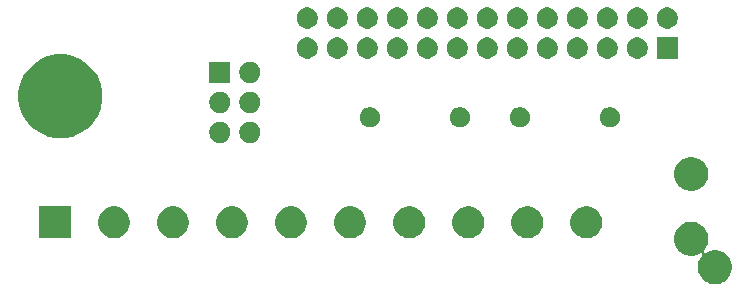
<source format=gbr>
G04 #@! TF.GenerationSoftware,KiCad,Pcbnew,5.1.5-52549c5~84~ubuntu18.04.1*
G04 #@! TF.CreationDate,2020-03-14T14:57:04-04:00*
G04 #@! TF.ProjectId,imac_g3_slot_loading_J22_adapter_board,696d6163-5f67-4335-9f73-6c6f745f6c6f,1*
G04 #@! TF.SameCoordinates,Original*
G04 #@! TF.FileFunction,Soldermask,Bot*
G04 #@! TF.FilePolarity,Negative*
%FSLAX46Y46*%
G04 Gerber Fmt 4.6, Leading zero omitted, Abs format (unit mm)*
G04 Created by KiCad (PCBNEW 5.1.5-52549c5~84~ubuntu18.04.1) date 2020-03-14 14:57:04*
%MOMM*%
%LPD*%
G04 APERTURE LIST*
%ADD10C,0.100000*%
G04 APERTURE END LIST*
D10*
G36*
X164005241Y-106722760D02*
G01*
X164269305Y-106832139D01*
X164506958Y-106990934D01*
X164709066Y-107193042D01*
X164867861Y-107430695D01*
X164977240Y-107694759D01*
X165033000Y-107975088D01*
X165033000Y-108260912D01*
X164977240Y-108541241D01*
X164867861Y-108805305D01*
X164709066Y-109042958D01*
X164662559Y-109089465D01*
X164647014Y-109108407D01*
X164635463Y-109130018D01*
X164628350Y-109153467D01*
X164625948Y-109177853D01*
X164628350Y-109202239D01*
X164635463Y-109225688D01*
X164647014Y-109247299D01*
X164662559Y-109266241D01*
X164681501Y-109281786D01*
X164703112Y-109293337D01*
X164726561Y-109300450D01*
X164750947Y-109302852D01*
X164775333Y-109300450D01*
X164798782Y-109293337D01*
X164820393Y-109281786D01*
X164894695Y-109232139D01*
X165158759Y-109122760D01*
X165439088Y-109067000D01*
X165724912Y-109067000D01*
X166005241Y-109122760D01*
X166269305Y-109232139D01*
X166506958Y-109390934D01*
X166709066Y-109593042D01*
X166867861Y-109830695D01*
X166977240Y-110094759D01*
X167033000Y-110375088D01*
X167033000Y-110660912D01*
X166977240Y-110941241D01*
X166867861Y-111205305D01*
X166709066Y-111442958D01*
X166506958Y-111645066D01*
X166269305Y-111803861D01*
X166005241Y-111913240D01*
X165724912Y-111969000D01*
X165439088Y-111969000D01*
X165158759Y-111913240D01*
X164894695Y-111803861D01*
X164657042Y-111645066D01*
X164454934Y-111442958D01*
X164296139Y-111205305D01*
X164186760Y-110941241D01*
X164131000Y-110660912D01*
X164131000Y-110375088D01*
X164186760Y-110094759D01*
X164296139Y-109830695D01*
X164454934Y-109593042D01*
X164501441Y-109546535D01*
X164516986Y-109527593D01*
X164528537Y-109505982D01*
X164535650Y-109482533D01*
X164538052Y-109458147D01*
X164535650Y-109433761D01*
X164528537Y-109410312D01*
X164516986Y-109388701D01*
X164501441Y-109369759D01*
X164482499Y-109354214D01*
X164460888Y-109342663D01*
X164437439Y-109335550D01*
X164413053Y-109333148D01*
X164388667Y-109335550D01*
X164365218Y-109342663D01*
X164343607Y-109354214D01*
X164269305Y-109403861D01*
X164005241Y-109513240D01*
X163724912Y-109569000D01*
X163439088Y-109569000D01*
X163158759Y-109513240D01*
X162894695Y-109403861D01*
X162657042Y-109245066D01*
X162454934Y-109042958D01*
X162296139Y-108805305D01*
X162186760Y-108541241D01*
X162131000Y-108260912D01*
X162131000Y-107975088D01*
X162186760Y-107694759D01*
X162296139Y-107430695D01*
X162454934Y-107193042D01*
X162657042Y-106990934D01*
X162894695Y-106832139D01*
X163158759Y-106722760D01*
X163439088Y-106667000D01*
X163724912Y-106667000D01*
X164005241Y-106722760D01*
G37*
G36*
X155096072Y-105408918D02*
G01*
X155341939Y-105510759D01*
X155453328Y-105585187D01*
X155563211Y-105658609D01*
X155751391Y-105846789D01*
X155899242Y-106068063D01*
X156001082Y-106313928D01*
X156053000Y-106574937D01*
X156053000Y-106841063D01*
X156001082Y-107102072D01*
X155899241Y-107347939D01*
X155751390Y-107569212D01*
X155563212Y-107757390D01*
X155341939Y-107905241D01*
X155341938Y-107905242D01*
X155341937Y-107905242D01*
X155096072Y-108007082D01*
X154835063Y-108059000D01*
X154568937Y-108059000D01*
X154307928Y-108007082D01*
X154062063Y-107905242D01*
X154062062Y-107905242D01*
X154062061Y-107905241D01*
X153840788Y-107757390D01*
X153652610Y-107569212D01*
X153504759Y-107347939D01*
X153402918Y-107102072D01*
X153351000Y-106841063D01*
X153351000Y-106574937D01*
X153402918Y-106313928D01*
X153504758Y-106068063D01*
X153652609Y-105846789D01*
X153840789Y-105658609D01*
X153950672Y-105585187D01*
X154062061Y-105510759D01*
X154307928Y-105408918D01*
X154568937Y-105357000D01*
X154835063Y-105357000D01*
X155096072Y-105408918D01*
G37*
G36*
X111053000Y-108059000D02*
G01*
X108351000Y-108059000D01*
X108351000Y-105357000D01*
X111053000Y-105357000D01*
X111053000Y-108059000D01*
G37*
G36*
X115096072Y-105408918D02*
G01*
X115341939Y-105510759D01*
X115453328Y-105585187D01*
X115563211Y-105658609D01*
X115751391Y-105846789D01*
X115899242Y-106068063D01*
X116001082Y-106313928D01*
X116053000Y-106574937D01*
X116053000Y-106841063D01*
X116001082Y-107102072D01*
X115899241Y-107347939D01*
X115751390Y-107569212D01*
X115563212Y-107757390D01*
X115341939Y-107905241D01*
X115341938Y-107905242D01*
X115341937Y-107905242D01*
X115096072Y-108007082D01*
X114835063Y-108059000D01*
X114568937Y-108059000D01*
X114307928Y-108007082D01*
X114062063Y-107905242D01*
X114062062Y-107905242D01*
X114062061Y-107905241D01*
X113840788Y-107757390D01*
X113652610Y-107569212D01*
X113504759Y-107347939D01*
X113402918Y-107102072D01*
X113351000Y-106841063D01*
X113351000Y-106574937D01*
X113402918Y-106313928D01*
X113504758Y-106068063D01*
X113652609Y-105846789D01*
X113840789Y-105658609D01*
X113950672Y-105585187D01*
X114062061Y-105510759D01*
X114307928Y-105408918D01*
X114568937Y-105357000D01*
X114835063Y-105357000D01*
X115096072Y-105408918D01*
G37*
G36*
X120096072Y-105408918D02*
G01*
X120341939Y-105510759D01*
X120453328Y-105585187D01*
X120563211Y-105658609D01*
X120751391Y-105846789D01*
X120899242Y-106068063D01*
X121001082Y-106313928D01*
X121053000Y-106574937D01*
X121053000Y-106841063D01*
X121001082Y-107102072D01*
X120899241Y-107347939D01*
X120751390Y-107569212D01*
X120563212Y-107757390D01*
X120341939Y-107905241D01*
X120341938Y-107905242D01*
X120341937Y-107905242D01*
X120096072Y-108007082D01*
X119835063Y-108059000D01*
X119568937Y-108059000D01*
X119307928Y-108007082D01*
X119062063Y-107905242D01*
X119062062Y-107905242D01*
X119062061Y-107905241D01*
X118840788Y-107757390D01*
X118652610Y-107569212D01*
X118504759Y-107347939D01*
X118402918Y-107102072D01*
X118351000Y-106841063D01*
X118351000Y-106574937D01*
X118402918Y-106313928D01*
X118504758Y-106068063D01*
X118652609Y-105846789D01*
X118840789Y-105658609D01*
X118950672Y-105585187D01*
X119062061Y-105510759D01*
X119307928Y-105408918D01*
X119568937Y-105357000D01*
X119835063Y-105357000D01*
X120096072Y-105408918D01*
G37*
G36*
X125096072Y-105408918D02*
G01*
X125341939Y-105510759D01*
X125453328Y-105585187D01*
X125563211Y-105658609D01*
X125751391Y-105846789D01*
X125899242Y-106068063D01*
X126001082Y-106313928D01*
X126053000Y-106574937D01*
X126053000Y-106841063D01*
X126001082Y-107102072D01*
X125899241Y-107347939D01*
X125751390Y-107569212D01*
X125563212Y-107757390D01*
X125341939Y-107905241D01*
X125341938Y-107905242D01*
X125341937Y-107905242D01*
X125096072Y-108007082D01*
X124835063Y-108059000D01*
X124568937Y-108059000D01*
X124307928Y-108007082D01*
X124062063Y-107905242D01*
X124062062Y-107905242D01*
X124062061Y-107905241D01*
X123840788Y-107757390D01*
X123652610Y-107569212D01*
X123504759Y-107347939D01*
X123402918Y-107102072D01*
X123351000Y-106841063D01*
X123351000Y-106574937D01*
X123402918Y-106313928D01*
X123504758Y-106068063D01*
X123652609Y-105846789D01*
X123840789Y-105658609D01*
X123950672Y-105585187D01*
X124062061Y-105510759D01*
X124307928Y-105408918D01*
X124568937Y-105357000D01*
X124835063Y-105357000D01*
X125096072Y-105408918D01*
G37*
G36*
X130096072Y-105408918D02*
G01*
X130341939Y-105510759D01*
X130453328Y-105585187D01*
X130563211Y-105658609D01*
X130751391Y-105846789D01*
X130899242Y-106068063D01*
X131001082Y-106313928D01*
X131053000Y-106574937D01*
X131053000Y-106841063D01*
X131001082Y-107102072D01*
X130899241Y-107347939D01*
X130751390Y-107569212D01*
X130563212Y-107757390D01*
X130341939Y-107905241D01*
X130341938Y-107905242D01*
X130341937Y-107905242D01*
X130096072Y-108007082D01*
X129835063Y-108059000D01*
X129568937Y-108059000D01*
X129307928Y-108007082D01*
X129062063Y-107905242D01*
X129062062Y-107905242D01*
X129062061Y-107905241D01*
X128840788Y-107757390D01*
X128652610Y-107569212D01*
X128504759Y-107347939D01*
X128402918Y-107102072D01*
X128351000Y-106841063D01*
X128351000Y-106574937D01*
X128402918Y-106313928D01*
X128504758Y-106068063D01*
X128652609Y-105846789D01*
X128840789Y-105658609D01*
X128950672Y-105585187D01*
X129062061Y-105510759D01*
X129307928Y-105408918D01*
X129568937Y-105357000D01*
X129835063Y-105357000D01*
X130096072Y-105408918D01*
G37*
G36*
X135096072Y-105408918D02*
G01*
X135341939Y-105510759D01*
X135453328Y-105585187D01*
X135563211Y-105658609D01*
X135751391Y-105846789D01*
X135899242Y-106068063D01*
X136001082Y-106313928D01*
X136053000Y-106574937D01*
X136053000Y-106841063D01*
X136001082Y-107102072D01*
X135899241Y-107347939D01*
X135751390Y-107569212D01*
X135563212Y-107757390D01*
X135341939Y-107905241D01*
X135341938Y-107905242D01*
X135341937Y-107905242D01*
X135096072Y-108007082D01*
X134835063Y-108059000D01*
X134568937Y-108059000D01*
X134307928Y-108007082D01*
X134062063Y-107905242D01*
X134062062Y-107905242D01*
X134062061Y-107905241D01*
X133840788Y-107757390D01*
X133652610Y-107569212D01*
X133504759Y-107347939D01*
X133402918Y-107102072D01*
X133351000Y-106841063D01*
X133351000Y-106574937D01*
X133402918Y-106313928D01*
X133504758Y-106068063D01*
X133652609Y-105846789D01*
X133840789Y-105658609D01*
X133950672Y-105585187D01*
X134062061Y-105510759D01*
X134307928Y-105408918D01*
X134568937Y-105357000D01*
X134835063Y-105357000D01*
X135096072Y-105408918D01*
G37*
G36*
X140096072Y-105408918D02*
G01*
X140341939Y-105510759D01*
X140453328Y-105585187D01*
X140563211Y-105658609D01*
X140751391Y-105846789D01*
X140899242Y-106068063D01*
X141001082Y-106313928D01*
X141053000Y-106574937D01*
X141053000Y-106841063D01*
X141001082Y-107102072D01*
X140899241Y-107347939D01*
X140751390Y-107569212D01*
X140563212Y-107757390D01*
X140341939Y-107905241D01*
X140341938Y-107905242D01*
X140341937Y-107905242D01*
X140096072Y-108007082D01*
X139835063Y-108059000D01*
X139568937Y-108059000D01*
X139307928Y-108007082D01*
X139062063Y-107905242D01*
X139062062Y-107905242D01*
X139062061Y-107905241D01*
X138840788Y-107757390D01*
X138652610Y-107569212D01*
X138504759Y-107347939D01*
X138402918Y-107102072D01*
X138351000Y-106841063D01*
X138351000Y-106574937D01*
X138402918Y-106313928D01*
X138504758Y-106068063D01*
X138652609Y-105846789D01*
X138840789Y-105658609D01*
X138950672Y-105585187D01*
X139062061Y-105510759D01*
X139307928Y-105408918D01*
X139568937Y-105357000D01*
X139835063Y-105357000D01*
X140096072Y-105408918D01*
G37*
G36*
X145096072Y-105408918D02*
G01*
X145341939Y-105510759D01*
X145453328Y-105585187D01*
X145563211Y-105658609D01*
X145751391Y-105846789D01*
X145899242Y-106068063D01*
X146001082Y-106313928D01*
X146053000Y-106574937D01*
X146053000Y-106841063D01*
X146001082Y-107102072D01*
X145899241Y-107347939D01*
X145751390Y-107569212D01*
X145563212Y-107757390D01*
X145341939Y-107905241D01*
X145341938Y-107905242D01*
X145341937Y-107905242D01*
X145096072Y-108007082D01*
X144835063Y-108059000D01*
X144568937Y-108059000D01*
X144307928Y-108007082D01*
X144062063Y-107905242D01*
X144062062Y-107905242D01*
X144062061Y-107905241D01*
X143840788Y-107757390D01*
X143652610Y-107569212D01*
X143504759Y-107347939D01*
X143402918Y-107102072D01*
X143351000Y-106841063D01*
X143351000Y-106574937D01*
X143402918Y-106313928D01*
X143504758Y-106068063D01*
X143652609Y-105846789D01*
X143840789Y-105658609D01*
X143950672Y-105585187D01*
X144062061Y-105510759D01*
X144307928Y-105408918D01*
X144568937Y-105357000D01*
X144835063Y-105357000D01*
X145096072Y-105408918D01*
G37*
G36*
X150096072Y-105408918D02*
G01*
X150341939Y-105510759D01*
X150453328Y-105585187D01*
X150563211Y-105658609D01*
X150751391Y-105846789D01*
X150899242Y-106068063D01*
X151001082Y-106313928D01*
X151053000Y-106574937D01*
X151053000Y-106841063D01*
X151001082Y-107102072D01*
X150899241Y-107347939D01*
X150751390Y-107569212D01*
X150563212Y-107757390D01*
X150341939Y-107905241D01*
X150341938Y-107905242D01*
X150341937Y-107905242D01*
X150096072Y-108007082D01*
X149835063Y-108059000D01*
X149568937Y-108059000D01*
X149307928Y-108007082D01*
X149062063Y-107905242D01*
X149062062Y-107905242D01*
X149062061Y-107905241D01*
X148840788Y-107757390D01*
X148652610Y-107569212D01*
X148504759Y-107347939D01*
X148402918Y-107102072D01*
X148351000Y-106841063D01*
X148351000Y-106574937D01*
X148402918Y-106313928D01*
X148504758Y-106068063D01*
X148652609Y-105846789D01*
X148840789Y-105658609D01*
X148950672Y-105585187D01*
X149062061Y-105510759D01*
X149307928Y-105408918D01*
X149568937Y-105357000D01*
X149835063Y-105357000D01*
X150096072Y-105408918D01*
G37*
G36*
X164005241Y-101222760D02*
G01*
X164269305Y-101332139D01*
X164506958Y-101490934D01*
X164709066Y-101693042D01*
X164867861Y-101930695D01*
X164977240Y-102194759D01*
X165033000Y-102475088D01*
X165033000Y-102760912D01*
X164977240Y-103041241D01*
X164867861Y-103305305D01*
X164709066Y-103542958D01*
X164506958Y-103745066D01*
X164269305Y-103903861D01*
X164005241Y-104013240D01*
X163724912Y-104069000D01*
X163439088Y-104069000D01*
X163158759Y-104013240D01*
X162894695Y-103903861D01*
X162657042Y-103745066D01*
X162454934Y-103542958D01*
X162296139Y-103305305D01*
X162186760Y-103041241D01*
X162131000Y-102760912D01*
X162131000Y-102475088D01*
X162186760Y-102194759D01*
X162296139Y-101930695D01*
X162454934Y-101693042D01*
X162657042Y-101490934D01*
X162894695Y-101332139D01*
X163158759Y-101222760D01*
X163439088Y-101167000D01*
X163724912Y-101167000D01*
X164005241Y-101222760D01*
G37*
G36*
X126325512Y-98191927D02*
G01*
X126474812Y-98221624D01*
X126638784Y-98289544D01*
X126786354Y-98388147D01*
X126911853Y-98513646D01*
X127010456Y-98661216D01*
X127078376Y-98825188D01*
X127113000Y-98999259D01*
X127113000Y-99176741D01*
X127078376Y-99350812D01*
X127010456Y-99514784D01*
X126911853Y-99662354D01*
X126786354Y-99787853D01*
X126638784Y-99886456D01*
X126474812Y-99954376D01*
X126325512Y-99984073D01*
X126300742Y-99989000D01*
X126123258Y-99989000D01*
X126098488Y-99984073D01*
X125949188Y-99954376D01*
X125785216Y-99886456D01*
X125637646Y-99787853D01*
X125512147Y-99662354D01*
X125413544Y-99514784D01*
X125345624Y-99350812D01*
X125311000Y-99176741D01*
X125311000Y-98999259D01*
X125345624Y-98825188D01*
X125413544Y-98661216D01*
X125512147Y-98513646D01*
X125637646Y-98388147D01*
X125785216Y-98289544D01*
X125949188Y-98221624D01*
X126098488Y-98191927D01*
X126123258Y-98187000D01*
X126300742Y-98187000D01*
X126325512Y-98191927D01*
G37*
G36*
X123785512Y-98191927D02*
G01*
X123934812Y-98221624D01*
X124098784Y-98289544D01*
X124246354Y-98388147D01*
X124371853Y-98513646D01*
X124470456Y-98661216D01*
X124538376Y-98825188D01*
X124573000Y-98999259D01*
X124573000Y-99176741D01*
X124538376Y-99350812D01*
X124470456Y-99514784D01*
X124371853Y-99662354D01*
X124246354Y-99787853D01*
X124098784Y-99886456D01*
X123934812Y-99954376D01*
X123785512Y-99984073D01*
X123760742Y-99989000D01*
X123583258Y-99989000D01*
X123558488Y-99984073D01*
X123409188Y-99954376D01*
X123245216Y-99886456D01*
X123097646Y-99787853D01*
X122972147Y-99662354D01*
X122873544Y-99514784D01*
X122805624Y-99350812D01*
X122771000Y-99176741D01*
X122771000Y-98999259D01*
X122805624Y-98825188D01*
X122873544Y-98661216D01*
X122972147Y-98513646D01*
X123097646Y-98388147D01*
X123245216Y-98289544D01*
X123409188Y-98221624D01*
X123558488Y-98191927D01*
X123583258Y-98187000D01*
X123760742Y-98187000D01*
X123785512Y-98191927D01*
G37*
G36*
X111207787Y-92623462D02*
G01*
X111266672Y-92647853D01*
X111854029Y-92891144D01*
X112435631Y-93279758D01*
X112930242Y-93774369D01*
X113318856Y-94355971D01*
X113351501Y-94434784D01*
X113586538Y-95002213D01*
X113723000Y-95688256D01*
X113723000Y-96387744D01*
X113586538Y-97073787D01*
X113586537Y-97073789D01*
X113318856Y-97720029D01*
X112930242Y-98301631D01*
X112435631Y-98796242D01*
X111854029Y-99184856D01*
X111453378Y-99350811D01*
X111207787Y-99452538D01*
X110521744Y-99589000D01*
X109822256Y-99589000D01*
X109136213Y-99452538D01*
X108890622Y-99350811D01*
X108489971Y-99184856D01*
X107908369Y-98796242D01*
X107413758Y-98301631D01*
X107025144Y-97720029D01*
X106757463Y-97073789D01*
X106757462Y-97073787D01*
X106621000Y-96387744D01*
X106621000Y-95688256D01*
X106757462Y-95002213D01*
X106992499Y-94434784D01*
X107025144Y-94355971D01*
X107413758Y-93774369D01*
X107908369Y-93279758D01*
X108489971Y-92891144D01*
X109077328Y-92647853D01*
X109136213Y-92623462D01*
X109822256Y-92487000D01*
X110521744Y-92487000D01*
X111207787Y-92623462D01*
G37*
G36*
X144240228Y-96999703D02*
G01*
X144395100Y-97063853D01*
X144534481Y-97156985D01*
X144653015Y-97275519D01*
X144746147Y-97414900D01*
X144810297Y-97569772D01*
X144843000Y-97734184D01*
X144843000Y-97901816D01*
X144810297Y-98066228D01*
X144746147Y-98221100D01*
X144653015Y-98360481D01*
X144534481Y-98479015D01*
X144395100Y-98572147D01*
X144240228Y-98636297D01*
X144075816Y-98669000D01*
X143908184Y-98669000D01*
X143743772Y-98636297D01*
X143588900Y-98572147D01*
X143449519Y-98479015D01*
X143330985Y-98360481D01*
X143237853Y-98221100D01*
X143173703Y-98066228D01*
X143141000Y-97901816D01*
X143141000Y-97734184D01*
X143173703Y-97569772D01*
X143237853Y-97414900D01*
X143330985Y-97275519D01*
X143449519Y-97156985D01*
X143588900Y-97063853D01*
X143743772Y-96999703D01*
X143908184Y-96967000D01*
X144075816Y-96967000D01*
X144240228Y-96999703D01*
G37*
G36*
X136620228Y-96999703D02*
G01*
X136775100Y-97063853D01*
X136914481Y-97156985D01*
X137033015Y-97275519D01*
X137126147Y-97414900D01*
X137190297Y-97569772D01*
X137223000Y-97734184D01*
X137223000Y-97901816D01*
X137190297Y-98066228D01*
X137126147Y-98221100D01*
X137033015Y-98360481D01*
X136914481Y-98479015D01*
X136775100Y-98572147D01*
X136620228Y-98636297D01*
X136455816Y-98669000D01*
X136288184Y-98669000D01*
X136123772Y-98636297D01*
X135968900Y-98572147D01*
X135829519Y-98479015D01*
X135710985Y-98360481D01*
X135617853Y-98221100D01*
X135553703Y-98066228D01*
X135521000Y-97901816D01*
X135521000Y-97734184D01*
X135553703Y-97569772D01*
X135617853Y-97414900D01*
X135710985Y-97275519D01*
X135829519Y-97156985D01*
X135968900Y-97063853D01*
X136123772Y-96999703D01*
X136288184Y-96967000D01*
X136455816Y-96967000D01*
X136620228Y-96999703D01*
G37*
G36*
X149320228Y-96999703D02*
G01*
X149475100Y-97063853D01*
X149614481Y-97156985D01*
X149733015Y-97275519D01*
X149826147Y-97414900D01*
X149890297Y-97569772D01*
X149923000Y-97734184D01*
X149923000Y-97901816D01*
X149890297Y-98066228D01*
X149826147Y-98221100D01*
X149733015Y-98360481D01*
X149614481Y-98479015D01*
X149475100Y-98572147D01*
X149320228Y-98636297D01*
X149155816Y-98669000D01*
X148988184Y-98669000D01*
X148823772Y-98636297D01*
X148668900Y-98572147D01*
X148529519Y-98479015D01*
X148410985Y-98360481D01*
X148317853Y-98221100D01*
X148253703Y-98066228D01*
X148221000Y-97901816D01*
X148221000Y-97734184D01*
X148253703Y-97569772D01*
X148317853Y-97414900D01*
X148410985Y-97275519D01*
X148529519Y-97156985D01*
X148668900Y-97063853D01*
X148823772Y-96999703D01*
X148988184Y-96967000D01*
X149155816Y-96967000D01*
X149320228Y-96999703D01*
G37*
G36*
X156940228Y-96999703D02*
G01*
X157095100Y-97063853D01*
X157234481Y-97156985D01*
X157353015Y-97275519D01*
X157446147Y-97414900D01*
X157510297Y-97569772D01*
X157543000Y-97734184D01*
X157543000Y-97901816D01*
X157510297Y-98066228D01*
X157446147Y-98221100D01*
X157353015Y-98360481D01*
X157234481Y-98479015D01*
X157095100Y-98572147D01*
X156940228Y-98636297D01*
X156775816Y-98669000D01*
X156608184Y-98669000D01*
X156443772Y-98636297D01*
X156288900Y-98572147D01*
X156149519Y-98479015D01*
X156030985Y-98360481D01*
X155937853Y-98221100D01*
X155873703Y-98066228D01*
X155841000Y-97901816D01*
X155841000Y-97734184D01*
X155873703Y-97569772D01*
X155937853Y-97414900D01*
X156030985Y-97275519D01*
X156149519Y-97156985D01*
X156288900Y-97063853D01*
X156443772Y-96999703D01*
X156608184Y-96967000D01*
X156775816Y-96967000D01*
X156940228Y-96999703D01*
G37*
G36*
X123785512Y-95651927D02*
G01*
X123934812Y-95681624D01*
X124098784Y-95749544D01*
X124246354Y-95848147D01*
X124371853Y-95973646D01*
X124470456Y-96121216D01*
X124538376Y-96285188D01*
X124573000Y-96459259D01*
X124573000Y-96636741D01*
X124538376Y-96810812D01*
X124470456Y-96974784D01*
X124371853Y-97122354D01*
X124246354Y-97247853D01*
X124098784Y-97346456D01*
X123934812Y-97414376D01*
X123785512Y-97444073D01*
X123760742Y-97449000D01*
X123583258Y-97449000D01*
X123558488Y-97444073D01*
X123409188Y-97414376D01*
X123245216Y-97346456D01*
X123097646Y-97247853D01*
X122972147Y-97122354D01*
X122873544Y-96974784D01*
X122805624Y-96810812D01*
X122771000Y-96636741D01*
X122771000Y-96459259D01*
X122805624Y-96285188D01*
X122873544Y-96121216D01*
X122972147Y-95973646D01*
X123097646Y-95848147D01*
X123245216Y-95749544D01*
X123409188Y-95681624D01*
X123558488Y-95651927D01*
X123583258Y-95647000D01*
X123760742Y-95647000D01*
X123785512Y-95651927D01*
G37*
G36*
X126325512Y-95651927D02*
G01*
X126474812Y-95681624D01*
X126638784Y-95749544D01*
X126786354Y-95848147D01*
X126911853Y-95973646D01*
X127010456Y-96121216D01*
X127078376Y-96285188D01*
X127113000Y-96459259D01*
X127113000Y-96636741D01*
X127078376Y-96810812D01*
X127010456Y-96974784D01*
X126911853Y-97122354D01*
X126786354Y-97247853D01*
X126638784Y-97346456D01*
X126474812Y-97414376D01*
X126325512Y-97444073D01*
X126300742Y-97449000D01*
X126123258Y-97449000D01*
X126098488Y-97444073D01*
X125949188Y-97414376D01*
X125785216Y-97346456D01*
X125637646Y-97247853D01*
X125512147Y-97122354D01*
X125413544Y-96974784D01*
X125345624Y-96810812D01*
X125311000Y-96636741D01*
X125311000Y-96459259D01*
X125345624Y-96285188D01*
X125413544Y-96121216D01*
X125512147Y-95973646D01*
X125637646Y-95848147D01*
X125785216Y-95749544D01*
X125949188Y-95681624D01*
X126098488Y-95651927D01*
X126123258Y-95647000D01*
X126300742Y-95647000D01*
X126325512Y-95651927D01*
G37*
G36*
X126325512Y-93111927D02*
G01*
X126474812Y-93141624D01*
X126638784Y-93209544D01*
X126786354Y-93308147D01*
X126911853Y-93433646D01*
X127010456Y-93581216D01*
X127078376Y-93745188D01*
X127113000Y-93919259D01*
X127113000Y-94096741D01*
X127078376Y-94270812D01*
X127010456Y-94434784D01*
X126911853Y-94582354D01*
X126786354Y-94707853D01*
X126638784Y-94806456D01*
X126474812Y-94874376D01*
X126325512Y-94904073D01*
X126300742Y-94909000D01*
X126123258Y-94909000D01*
X126098488Y-94904073D01*
X125949188Y-94874376D01*
X125785216Y-94806456D01*
X125637646Y-94707853D01*
X125512147Y-94582354D01*
X125413544Y-94434784D01*
X125345624Y-94270812D01*
X125311000Y-94096741D01*
X125311000Y-93919259D01*
X125345624Y-93745188D01*
X125413544Y-93581216D01*
X125512147Y-93433646D01*
X125637646Y-93308147D01*
X125785216Y-93209544D01*
X125949188Y-93141624D01*
X126098488Y-93111927D01*
X126123258Y-93107000D01*
X126300742Y-93107000D01*
X126325512Y-93111927D01*
G37*
G36*
X124573000Y-94909000D02*
G01*
X122771000Y-94909000D01*
X122771000Y-93107000D01*
X124573000Y-93107000D01*
X124573000Y-94909000D01*
G37*
G36*
X146417512Y-91051927D02*
G01*
X146566812Y-91081624D01*
X146730784Y-91149544D01*
X146878354Y-91248147D01*
X147003853Y-91373646D01*
X147102456Y-91521216D01*
X147170376Y-91685188D01*
X147205000Y-91859259D01*
X147205000Y-92036741D01*
X147170376Y-92210812D01*
X147102456Y-92374784D01*
X147003853Y-92522354D01*
X146878354Y-92647853D01*
X146730784Y-92746456D01*
X146566812Y-92814376D01*
X146417512Y-92844073D01*
X146392742Y-92849000D01*
X146215258Y-92849000D01*
X146190488Y-92844073D01*
X146041188Y-92814376D01*
X145877216Y-92746456D01*
X145729646Y-92647853D01*
X145604147Y-92522354D01*
X145505544Y-92374784D01*
X145437624Y-92210812D01*
X145403000Y-92036741D01*
X145403000Y-91859259D01*
X145437624Y-91685188D01*
X145505544Y-91521216D01*
X145604147Y-91373646D01*
X145729646Y-91248147D01*
X145877216Y-91149544D01*
X146041188Y-91081624D01*
X146190488Y-91051927D01*
X146215258Y-91047000D01*
X146392742Y-91047000D01*
X146417512Y-91051927D01*
G37*
G36*
X148957512Y-91051927D02*
G01*
X149106812Y-91081624D01*
X149270784Y-91149544D01*
X149418354Y-91248147D01*
X149543853Y-91373646D01*
X149642456Y-91521216D01*
X149710376Y-91685188D01*
X149745000Y-91859259D01*
X149745000Y-92036741D01*
X149710376Y-92210812D01*
X149642456Y-92374784D01*
X149543853Y-92522354D01*
X149418354Y-92647853D01*
X149270784Y-92746456D01*
X149106812Y-92814376D01*
X148957512Y-92844073D01*
X148932742Y-92849000D01*
X148755258Y-92849000D01*
X148730488Y-92844073D01*
X148581188Y-92814376D01*
X148417216Y-92746456D01*
X148269646Y-92647853D01*
X148144147Y-92522354D01*
X148045544Y-92374784D01*
X147977624Y-92210812D01*
X147943000Y-92036741D01*
X147943000Y-91859259D01*
X147977624Y-91685188D01*
X148045544Y-91521216D01*
X148144147Y-91373646D01*
X148269646Y-91248147D01*
X148417216Y-91149544D01*
X148581188Y-91081624D01*
X148730488Y-91051927D01*
X148755258Y-91047000D01*
X148932742Y-91047000D01*
X148957512Y-91051927D01*
G37*
G36*
X162445000Y-92849000D02*
G01*
X160643000Y-92849000D01*
X160643000Y-91047000D01*
X162445000Y-91047000D01*
X162445000Y-92849000D01*
G37*
G36*
X159117512Y-91051927D02*
G01*
X159266812Y-91081624D01*
X159430784Y-91149544D01*
X159578354Y-91248147D01*
X159703853Y-91373646D01*
X159802456Y-91521216D01*
X159870376Y-91685188D01*
X159905000Y-91859259D01*
X159905000Y-92036741D01*
X159870376Y-92210812D01*
X159802456Y-92374784D01*
X159703853Y-92522354D01*
X159578354Y-92647853D01*
X159430784Y-92746456D01*
X159266812Y-92814376D01*
X159117512Y-92844073D01*
X159092742Y-92849000D01*
X158915258Y-92849000D01*
X158890488Y-92844073D01*
X158741188Y-92814376D01*
X158577216Y-92746456D01*
X158429646Y-92647853D01*
X158304147Y-92522354D01*
X158205544Y-92374784D01*
X158137624Y-92210812D01*
X158103000Y-92036741D01*
X158103000Y-91859259D01*
X158137624Y-91685188D01*
X158205544Y-91521216D01*
X158304147Y-91373646D01*
X158429646Y-91248147D01*
X158577216Y-91149544D01*
X158741188Y-91081624D01*
X158890488Y-91051927D01*
X158915258Y-91047000D01*
X159092742Y-91047000D01*
X159117512Y-91051927D01*
G37*
G36*
X156577512Y-91051927D02*
G01*
X156726812Y-91081624D01*
X156890784Y-91149544D01*
X157038354Y-91248147D01*
X157163853Y-91373646D01*
X157262456Y-91521216D01*
X157330376Y-91685188D01*
X157365000Y-91859259D01*
X157365000Y-92036741D01*
X157330376Y-92210812D01*
X157262456Y-92374784D01*
X157163853Y-92522354D01*
X157038354Y-92647853D01*
X156890784Y-92746456D01*
X156726812Y-92814376D01*
X156577512Y-92844073D01*
X156552742Y-92849000D01*
X156375258Y-92849000D01*
X156350488Y-92844073D01*
X156201188Y-92814376D01*
X156037216Y-92746456D01*
X155889646Y-92647853D01*
X155764147Y-92522354D01*
X155665544Y-92374784D01*
X155597624Y-92210812D01*
X155563000Y-92036741D01*
X155563000Y-91859259D01*
X155597624Y-91685188D01*
X155665544Y-91521216D01*
X155764147Y-91373646D01*
X155889646Y-91248147D01*
X156037216Y-91149544D01*
X156201188Y-91081624D01*
X156350488Y-91051927D01*
X156375258Y-91047000D01*
X156552742Y-91047000D01*
X156577512Y-91051927D01*
G37*
G36*
X154037512Y-91051927D02*
G01*
X154186812Y-91081624D01*
X154350784Y-91149544D01*
X154498354Y-91248147D01*
X154623853Y-91373646D01*
X154722456Y-91521216D01*
X154790376Y-91685188D01*
X154825000Y-91859259D01*
X154825000Y-92036741D01*
X154790376Y-92210812D01*
X154722456Y-92374784D01*
X154623853Y-92522354D01*
X154498354Y-92647853D01*
X154350784Y-92746456D01*
X154186812Y-92814376D01*
X154037512Y-92844073D01*
X154012742Y-92849000D01*
X153835258Y-92849000D01*
X153810488Y-92844073D01*
X153661188Y-92814376D01*
X153497216Y-92746456D01*
X153349646Y-92647853D01*
X153224147Y-92522354D01*
X153125544Y-92374784D01*
X153057624Y-92210812D01*
X153023000Y-92036741D01*
X153023000Y-91859259D01*
X153057624Y-91685188D01*
X153125544Y-91521216D01*
X153224147Y-91373646D01*
X153349646Y-91248147D01*
X153497216Y-91149544D01*
X153661188Y-91081624D01*
X153810488Y-91051927D01*
X153835258Y-91047000D01*
X154012742Y-91047000D01*
X154037512Y-91051927D01*
G37*
G36*
X131177512Y-91051927D02*
G01*
X131326812Y-91081624D01*
X131490784Y-91149544D01*
X131638354Y-91248147D01*
X131763853Y-91373646D01*
X131862456Y-91521216D01*
X131930376Y-91685188D01*
X131965000Y-91859259D01*
X131965000Y-92036741D01*
X131930376Y-92210812D01*
X131862456Y-92374784D01*
X131763853Y-92522354D01*
X131638354Y-92647853D01*
X131490784Y-92746456D01*
X131326812Y-92814376D01*
X131177512Y-92844073D01*
X131152742Y-92849000D01*
X130975258Y-92849000D01*
X130950488Y-92844073D01*
X130801188Y-92814376D01*
X130637216Y-92746456D01*
X130489646Y-92647853D01*
X130364147Y-92522354D01*
X130265544Y-92374784D01*
X130197624Y-92210812D01*
X130163000Y-92036741D01*
X130163000Y-91859259D01*
X130197624Y-91685188D01*
X130265544Y-91521216D01*
X130364147Y-91373646D01*
X130489646Y-91248147D01*
X130637216Y-91149544D01*
X130801188Y-91081624D01*
X130950488Y-91051927D01*
X130975258Y-91047000D01*
X131152742Y-91047000D01*
X131177512Y-91051927D01*
G37*
G36*
X136257512Y-91051927D02*
G01*
X136406812Y-91081624D01*
X136570784Y-91149544D01*
X136718354Y-91248147D01*
X136843853Y-91373646D01*
X136942456Y-91521216D01*
X137010376Y-91685188D01*
X137045000Y-91859259D01*
X137045000Y-92036741D01*
X137010376Y-92210812D01*
X136942456Y-92374784D01*
X136843853Y-92522354D01*
X136718354Y-92647853D01*
X136570784Y-92746456D01*
X136406812Y-92814376D01*
X136257512Y-92844073D01*
X136232742Y-92849000D01*
X136055258Y-92849000D01*
X136030488Y-92844073D01*
X135881188Y-92814376D01*
X135717216Y-92746456D01*
X135569646Y-92647853D01*
X135444147Y-92522354D01*
X135345544Y-92374784D01*
X135277624Y-92210812D01*
X135243000Y-92036741D01*
X135243000Y-91859259D01*
X135277624Y-91685188D01*
X135345544Y-91521216D01*
X135444147Y-91373646D01*
X135569646Y-91248147D01*
X135717216Y-91149544D01*
X135881188Y-91081624D01*
X136030488Y-91051927D01*
X136055258Y-91047000D01*
X136232742Y-91047000D01*
X136257512Y-91051927D01*
G37*
G36*
X138797512Y-91051927D02*
G01*
X138946812Y-91081624D01*
X139110784Y-91149544D01*
X139258354Y-91248147D01*
X139383853Y-91373646D01*
X139482456Y-91521216D01*
X139550376Y-91685188D01*
X139585000Y-91859259D01*
X139585000Y-92036741D01*
X139550376Y-92210812D01*
X139482456Y-92374784D01*
X139383853Y-92522354D01*
X139258354Y-92647853D01*
X139110784Y-92746456D01*
X138946812Y-92814376D01*
X138797512Y-92844073D01*
X138772742Y-92849000D01*
X138595258Y-92849000D01*
X138570488Y-92844073D01*
X138421188Y-92814376D01*
X138257216Y-92746456D01*
X138109646Y-92647853D01*
X137984147Y-92522354D01*
X137885544Y-92374784D01*
X137817624Y-92210812D01*
X137783000Y-92036741D01*
X137783000Y-91859259D01*
X137817624Y-91685188D01*
X137885544Y-91521216D01*
X137984147Y-91373646D01*
X138109646Y-91248147D01*
X138257216Y-91149544D01*
X138421188Y-91081624D01*
X138570488Y-91051927D01*
X138595258Y-91047000D01*
X138772742Y-91047000D01*
X138797512Y-91051927D01*
G37*
G36*
X141337512Y-91051927D02*
G01*
X141486812Y-91081624D01*
X141650784Y-91149544D01*
X141798354Y-91248147D01*
X141923853Y-91373646D01*
X142022456Y-91521216D01*
X142090376Y-91685188D01*
X142125000Y-91859259D01*
X142125000Y-92036741D01*
X142090376Y-92210812D01*
X142022456Y-92374784D01*
X141923853Y-92522354D01*
X141798354Y-92647853D01*
X141650784Y-92746456D01*
X141486812Y-92814376D01*
X141337512Y-92844073D01*
X141312742Y-92849000D01*
X141135258Y-92849000D01*
X141110488Y-92844073D01*
X140961188Y-92814376D01*
X140797216Y-92746456D01*
X140649646Y-92647853D01*
X140524147Y-92522354D01*
X140425544Y-92374784D01*
X140357624Y-92210812D01*
X140323000Y-92036741D01*
X140323000Y-91859259D01*
X140357624Y-91685188D01*
X140425544Y-91521216D01*
X140524147Y-91373646D01*
X140649646Y-91248147D01*
X140797216Y-91149544D01*
X140961188Y-91081624D01*
X141110488Y-91051927D01*
X141135258Y-91047000D01*
X141312742Y-91047000D01*
X141337512Y-91051927D01*
G37*
G36*
X151497512Y-91051927D02*
G01*
X151646812Y-91081624D01*
X151810784Y-91149544D01*
X151958354Y-91248147D01*
X152083853Y-91373646D01*
X152182456Y-91521216D01*
X152250376Y-91685188D01*
X152285000Y-91859259D01*
X152285000Y-92036741D01*
X152250376Y-92210812D01*
X152182456Y-92374784D01*
X152083853Y-92522354D01*
X151958354Y-92647853D01*
X151810784Y-92746456D01*
X151646812Y-92814376D01*
X151497512Y-92844073D01*
X151472742Y-92849000D01*
X151295258Y-92849000D01*
X151270488Y-92844073D01*
X151121188Y-92814376D01*
X150957216Y-92746456D01*
X150809646Y-92647853D01*
X150684147Y-92522354D01*
X150585544Y-92374784D01*
X150517624Y-92210812D01*
X150483000Y-92036741D01*
X150483000Y-91859259D01*
X150517624Y-91685188D01*
X150585544Y-91521216D01*
X150684147Y-91373646D01*
X150809646Y-91248147D01*
X150957216Y-91149544D01*
X151121188Y-91081624D01*
X151270488Y-91051927D01*
X151295258Y-91047000D01*
X151472742Y-91047000D01*
X151497512Y-91051927D01*
G37*
G36*
X143877512Y-91051927D02*
G01*
X144026812Y-91081624D01*
X144190784Y-91149544D01*
X144338354Y-91248147D01*
X144463853Y-91373646D01*
X144562456Y-91521216D01*
X144630376Y-91685188D01*
X144665000Y-91859259D01*
X144665000Y-92036741D01*
X144630376Y-92210812D01*
X144562456Y-92374784D01*
X144463853Y-92522354D01*
X144338354Y-92647853D01*
X144190784Y-92746456D01*
X144026812Y-92814376D01*
X143877512Y-92844073D01*
X143852742Y-92849000D01*
X143675258Y-92849000D01*
X143650488Y-92844073D01*
X143501188Y-92814376D01*
X143337216Y-92746456D01*
X143189646Y-92647853D01*
X143064147Y-92522354D01*
X142965544Y-92374784D01*
X142897624Y-92210812D01*
X142863000Y-92036741D01*
X142863000Y-91859259D01*
X142897624Y-91685188D01*
X142965544Y-91521216D01*
X143064147Y-91373646D01*
X143189646Y-91248147D01*
X143337216Y-91149544D01*
X143501188Y-91081624D01*
X143650488Y-91051927D01*
X143675258Y-91047000D01*
X143852742Y-91047000D01*
X143877512Y-91051927D01*
G37*
G36*
X133717512Y-91051927D02*
G01*
X133866812Y-91081624D01*
X134030784Y-91149544D01*
X134178354Y-91248147D01*
X134303853Y-91373646D01*
X134402456Y-91521216D01*
X134470376Y-91685188D01*
X134505000Y-91859259D01*
X134505000Y-92036741D01*
X134470376Y-92210812D01*
X134402456Y-92374784D01*
X134303853Y-92522354D01*
X134178354Y-92647853D01*
X134030784Y-92746456D01*
X133866812Y-92814376D01*
X133717512Y-92844073D01*
X133692742Y-92849000D01*
X133515258Y-92849000D01*
X133490488Y-92844073D01*
X133341188Y-92814376D01*
X133177216Y-92746456D01*
X133029646Y-92647853D01*
X132904147Y-92522354D01*
X132805544Y-92374784D01*
X132737624Y-92210812D01*
X132703000Y-92036741D01*
X132703000Y-91859259D01*
X132737624Y-91685188D01*
X132805544Y-91521216D01*
X132904147Y-91373646D01*
X133029646Y-91248147D01*
X133177216Y-91149544D01*
X133341188Y-91081624D01*
X133490488Y-91051927D01*
X133515258Y-91047000D01*
X133692742Y-91047000D01*
X133717512Y-91051927D01*
G37*
G36*
X131177512Y-88511927D02*
G01*
X131326812Y-88541624D01*
X131490784Y-88609544D01*
X131638354Y-88708147D01*
X131763853Y-88833646D01*
X131862456Y-88981216D01*
X131930376Y-89145188D01*
X131965000Y-89319259D01*
X131965000Y-89496741D01*
X131930376Y-89670812D01*
X131862456Y-89834784D01*
X131763853Y-89982354D01*
X131638354Y-90107853D01*
X131490784Y-90206456D01*
X131326812Y-90274376D01*
X131177512Y-90304073D01*
X131152742Y-90309000D01*
X130975258Y-90309000D01*
X130950488Y-90304073D01*
X130801188Y-90274376D01*
X130637216Y-90206456D01*
X130489646Y-90107853D01*
X130364147Y-89982354D01*
X130265544Y-89834784D01*
X130197624Y-89670812D01*
X130163000Y-89496741D01*
X130163000Y-89319259D01*
X130197624Y-89145188D01*
X130265544Y-88981216D01*
X130364147Y-88833646D01*
X130489646Y-88708147D01*
X130637216Y-88609544D01*
X130801188Y-88541624D01*
X130950488Y-88511927D01*
X130975258Y-88507000D01*
X131152742Y-88507000D01*
X131177512Y-88511927D01*
G37*
G36*
X138797512Y-88511927D02*
G01*
X138946812Y-88541624D01*
X139110784Y-88609544D01*
X139258354Y-88708147D01*
X139383853Y-88833646D01*
X139482456Y-88981216D01*
X139550376Y-89145188D01*
X139585000Y-89319259D01*
X139585000Y-89496741D01*
X139550376Y-89670812D01*
X139482456Y-89834784D01*
X139383853Y-89982354D01*
X139258354Y-90107853D01*
X139110784Y-90206456D01*
X138946812Y-90274376D01*
X138797512Y-90304073D01*
X138772742Y-90309000D01*
X138595258Y-90309000D01*
X138570488Y-90304073D01*
X138421188Y-90274376D01*
X138257216Y-90206456D01*
X138109646Y-90107853D01*
X137984147Y-89982354D01*
X137885544Y-89834784D01*
X137817624Y-89670812D01*
X137783000Y-89496741D01*
X137783000Y-89319259D01*
X137817624Y-89145188D01*
X137885544Y-88981216D01*
X137984147Y-88833646D01*
X138109646Y-88708147D01*
X138257216Y-88609544D01*
X138421188Y-88541624D01*
X138570488Y-88511927D01*
X138595258Y-88507000D01*
X138772742Y-88507000D01*
X138797512Y-88511927D01*
G37*
G36*
X141337512Y-88511927D02*
G01*
X141486812Y-88541624D01*
X141650784Y-88609544D01*
X141798354Y-88708147D01*
X141923853Y-88833646D01*
X142022456Y-88981216D01*
X142090376Y-89145188D01*
X142125000Y-89319259D01*
X142125000Y-89496741D01*
X142090376Y-89670812D01*
X142022456Y-89834784D01*
X141923853Y-89982354D01*
X141798354Y-90107853D01*
X141650784Y-90206456D01*
X141486812Y-90274376D01*
X141337512Y-90304073D01*
X141312742Y-90309000D01*
X141135258Y-90309000D01*
X141110488Y-90304073D01*
X140961188Y-90274376D01*
X140797216Y-90206456D01*
X140649646Y-90107853D01*
X140524147Y-89982354D01*
X140425544Y-89834784D01*
X140357624Y-89670812D01*
X140323000Y-89496741D01*
X140323000Y-89319259D01*
X140357624Y-89145188D01*
X140425544Y-88981216D01*
X140524147Y-88833646D01*
X140649646Y-88708147D01*
X140797216Y-88609544D01*
X140961188Y-88541624D01*
X141110488Y-88511927D01*
X141135258Y-88507000D01*
X141312742Y-88507000D01*
X141337512Y-88511927D01*
G37*
G36*
X136257512Y-88511927D02*
G01*
X136406812Y-88541624D01*
X136570784Y-88609544D01*
X136718354Y-88708147D01*
X136843853Y-88833646D01*
X136942456Y-88981216D01*
X137010376Y-89145188D01*
X137045000Y-89319259D01*
X137045000Y-89496741D01*
X137010376Y-89670812D01*
X136942456Y-89834784D01*
X136843853Y-89982354D01*
X136718354Y-90107853D01*
X136570784Y-90206456D01*
X136406812Y-90274376D01*
X136257512Y-90304073D01*
X136232742Y-90309000D01*
X136055258Y-90309000D01*
X136030488Y-90304073D01*
X135881188Y-90274376D01*
X135717216Y-90206456D01*
X135569646Y-90107853D01*
X135444147Y-89982354D01*
X135345544Y-89834784D01*
X135277624Y-89670812D01*
X135243000Y-89496741D01*
X135243000Y-89319259D01*
X135277624Y-89145188D01*
X135345544Y-88981216D01*
X135444147Y-88833646D01*
X135569646Y-88708147D01*
X135717216Y-88609544D01*
X135881188Y-88541624D01*
X136030488Y-88511927D01*
X136055258Y-88507000D01*
X136232742Y-88507000D01*
X136257512Y-88511927D01*
G37*
G36*
X161657512Y-88511927D02*
G01*
X161806812Y-88541624D01*
X161970784Y-88609544D01*
X162118354Y-88708147D01*
X162243853Y-88833646D01*
X162342456Y-88981216D01*
X162410376Y-89145188D01*
X162445000Y-89319259D01*
X162445000Y-89496741D01*
X162410376Y-89670812D01*
X162342456Y-89834784D01*
X162243853Y-89982354D01*
X162118354Y-90107853D01*
X161970784Y-90206456D01*
X161806812Y-90274376D01*
X161657512Y-90304073D01*
X161632742Y-90309000D01*
X161455258Y-90309000D01*
X161430488Y-90304073D01*
X161281188Y-90274376D01*
X161117216Y-90206456D01*
X160969646Y-90107853D01*
X160844147Y-89982354D01*
X160745544Y-89834784D01*
X160677624Y-89670812D01*
X160643000Y-89496741D01*
X160643000Y-89319259D01*
X160677624Y-89145188D01*
X160745544Y-88981216D01*
X160844147Y-88833646D01*
X160969646Y-88708147D01*
X161117216Y-88609544D01*
X161281188Y-88541624D01*
X161430488Y-88511927D01*
X161455258Y-88507000D01*
X161632742Y-88507000D01*
X161657512Y-88511927D01*
G37*
G36*
X159117512Y-88511927D02*
G01*
X159266812Y-88541624D01*
X159430784Y-88609544D01*
X159578354Y-88708147D01*
X159703853Y-88833646D01*
X159802456Y-88981216D01*
X159870376Y-89145188D01*
X159905000Y-89319259D01*
X159905000Y-89496741D01*
X159870376Y-89670812D01*
X159802456Y-89834784D01*
X159703853Y-89982354D01*
X159578354Y-90107853D01*
X159430784Y-90206456D01*
X159266812Y-90274376D01*
X159117512Y-90304073D01*
X159092742Y-90309000D01*
X158915258Y-90309000D01*
X158890488Y-90304073D01*
X158741188Y-90274376D01*
X158577216Y-90206456D01*
X158429646Y-90107853D01*
X158304147Y-89982354D01*
X158205544Y-89834784D01*
X158137624Y-89670812D01*
X158103000Y-89496741D01*
X158103000Y-89319259D01*
X158137624Y-89145188D01*
X158205544Y-88981216D01*
X158304147Y-88833646D01*
X158429646Y-88708147D01*
X158577216Y-88609544D01*
X158741188Y-88541624D01*
X158890488Y-88511927D01*
X158915258Y-88507000D01*
X159092742Y-88507000D01*
X159117512Y-88511927D01*
G37*
G36*
X156577512Y-88511927D02*
G01*
X156726812Y-88541624D01*
X156890784Y-88609544D01*
X157038354Y-88708147D01*
X157163853Y-88833646D01*
X157262456Y-88981216D01*
X157330376Y-89145188D01*
X157365000Y-89319259D01*
X157365000Y-89496741D01*
X157330376Y-89670812D01*
X157262456Y-89834784D01*
X157163853Y-89982354D01*
X157038354Y-90107853D01*
X156890784Y-90206456D01*
X156726812Y-90274376D01*
X156577512Y-90304073D01*
X156552742Y-90309000D01*
X156375258Y-90309000D01*
X156350488Y-90304073D01*
X156201188Y-90274376D01*
X156037216Y-90206456D01*
X155889646Y-90107853D01*
X155764147Y-89982354D01*
X155665544Y-89834784D01*
X155597624Y-89670812D01*
X155563000Y-89496741D01*
X155563000Y-89319259D01*
X155597624Y-89145188D01*
X155665544Y-88981216D01*
X155764147Y-88833646D01*
X155889646Y-88708147D01*
X156037216Y-88609544D01*
X156201188Y-88541624D01*
X156350488Y-88511927D01*
X156375258Y-88507000D01*
X156552742Y-88507000D01*
X156577512Y-88511927D01*
G37*
G36*
X154037512Y-88511927D02*
G01*
X154186812Y-88541624D01*
X154350784Y-88609544D01*
X154498354Y-88708147D01*
X154623853Y-88833646D01*
X154722456Y-88981216D01*
X154790376Y-89145188D01*
X154825000Y-89319259D01*
X154825000Y-89496741D01*
X154790376Y-89670812D01*
X154722456Y-89834784D01*
X154623853Y-89982354D01*
X154498354Y-90107853D01*
X154350784Y-90206456D01*
X154186812Y-90274376D01*
X154037512Y-90304073D01*
X154012742Y-90309000D01*
X153835258Y-90309000D01*
X153810488Y-90304073D01*
X153661188Y-90274376D01*
X153497216Y-90206456D01*
X153349646Y-90107853D01*
X153224147Y-89982354D01*
X153125544Y-89834784D01*
X153057624Y-89670812D01*
X153023000Y-89496741D01*
X153023000Y-89319259D01*
X153057624Y-89145188D01*
X153125544Y-88981216D01*
X153224147Y-88833646D01*
X153349646Y-88708147D01*
X153497216Y-88609544D01*
X153661188Y-88541624D01*
X153810488Y-88511927D01*
X153835258Y-88507000D01*
X154012742Y-88507000D01*
X154037512Y-88511927D01*
G37*
G36*
X151497512Y-88511927D02*
G01*
X151646812Y-88541624D01*
X151810784Y-88609544D01*
X151958354Y-88708147D01*
X152083853Y-88833646D01*
X152182456Y-88981216D01*
X152250376Y-89145188D01*
X152285000Y-89319259D01*
X152285000Y-89496741D01*
X152250376Y-89670812D01*
X152182456Y-89834784D01*
X152083853Y-89982354D01*
X151958354Y-90107853D01*
X151810784Y-90206456D01*
X151646812Y-90274376D01*
X151497512Y-90304073D01*
X151472742Y-90309000D01*
X151295258Y-90309000D01*
X151270488Y-90304073D01*
X151121188Y-90274376D01*
X150957216Y-90206456D01*
X150809646Y-90107853D01*
X150684147Y-89982354D01*
X150585544Y-89834784D01*
X150517624Y-89670812D01*
X150483000Y-89496741D01*
X150483000Y-89319259D01*
X150517624Y-89145188D01*
X150585544Y-88981216D01*
X150684147Y-88833646D01*
X150809646Y-88708147D01*
X150957216Y-88609544D01*
X151121188Y-88541624D01*
X151270488Y-88511927D01*
X151295258Y-88507000D01*
X151472742Y-88507000D01*
X151497512Y-88511927D01*
G37*
G36*
X148957512Y-88511927D02*
G01*
X149106812Y-88541624D01*
X149270784Y-88609544D01*
X149418354Y-88708147D01*
X149543853Y-88833646D01*
X149642456Y-88981216D01*
X149710376Y-89145188D01*
X149745000Y-89319259D01*
X149745000Y-89496741D01*
X149710376Y-89670812D01*
X149642456Y-89834784D01*
X149543853Y-89982354D01*
X149418354Y-90107853D01*
X149270784Y-90206456D01*
X149106812Y-90274376D01*
X148957512Y-90304073D01*
X148932742Y-90309000D01*
X148755258Y-90309000D01*
X148730488Y-90304073D01*
X148581188Y-90274376D01*
X148417216Y-90206456D01*
X148269646Y-90107853D01*
X148144147Y-89982354D01*
X148045544Y-89834784D01*
X147977624Y-89670812D01*
X147943000Y-89496741D01*
X147943000Y-89319259D01*
X147977624Y-89145188D01*
X148045544Y-88981216D01*
X148144147Y-88833646D01*
X148269646Y-88708147D01*
X148417216Y-88609544D01*
X148581188Y-88541624D01*
X148730488Y-88511927D01*
X148755258Y-88507000D01*
X148932742Y-88507000D01*
X148957512Y-88511927D01*
G37*
G36*
X146417512Y-88511927D02*
G01*
X146566812Y-88541624D01*
X146730784Y-88609544D01*
X146878354Y-88708147D01*
X147003853Y-88833646D01*
X147102456Y-88981216D01*
X147170376Y-89145188D01*
X147205000Y-89319259D01*
X147205000Y-89496741D01*
X147170376Y-89670812D01*
X147102456Y-89834784D01*
X147003853Y-89982354D01*
X146878354Y-90107853D01*
X146730784Y-90206456D01*
X146566812Y-90274376D01*
X146417512Y-90304073D01*
X146392742Y-90309000D01*
X146215258Y-90309000D01*
X146190488Y-90304073D01*
X146041188Y-90274376D01*
X145877216Y-90206456D01*
X145729646Y-90107853D01*
X145604147Y-89982354D01*
X145505544Y-89834784D01*
X145437624Y-89670812D01*
X145403000Y-89496741D01*
X145403000Y-89319259D01*
X145437624Y-89145188D01*
X145505544Y-88981216D01*
X145604147Y-88833646D01*
X145729646Y-88708147D01*
X145877216Y-88609544D01*
X146041188Y-88541624D01*
X146190488Y-88511927D01*
X146215258Y-88507000D01*
X146392742Y-88507000D01*
X146417512Y-88511927D01*
G37*
G36*
X133717512Y-88511927D02*
G01*
X133866812Y-88541624D01*
X134030784Y-88609544D01*
X134178354Y-88708147D01*
X134303853Y-88833646D01*
X134402456Y-88981216D01*
X134470376Y-89145188D01*
X134505000Y-89319259D01*
X134505000Y-89496741D01*
X134470376Y-89670812D01*
X134402456Y-89834784D01*
X134303853Y-89982354D01*
X134178354Y-90107853D01*
X134030784Y-90206456D01*
X133866812Y-90274376D01*
X133717512Y-90304073D01*
X133692742Y-90309000D01*
X133515258Y-90309000D01*
X133490488Y-90304073D01*
X133341188Y-90274376D01*
X133177216Y-90206456D01*
X133029646Y-90107853D01*
X132904147Y-89982354D01*
X132805544Y-89834784D01*
X132737624Y-89670812D01*
X132703000Y-89496741D01*
X132703000Y-89319259D01*
X132737624Y-89145188D01*
X132805544Y-88981216D01*
X132904147Y-88833646D01*
X133029646Y-88708147D01*
X133177216Y-88609544D01*
X133341188Y-88541624D01*
X133490488Y-88511927D01*
X133515258Y-88507000D01*
X133692742Y-88507000D01*
X133717512Y-88511927D01*
G37*
G36*
X143877512Y-88511927D02*
G01*
X144026812Y-88541624D01*
X144190784Y-88609544D01*
X144338354Y-88708147D01*
X144463853Y-88833646D01*
X144562456Y-88981216D01*
X144630376Y-89145188D01*
X144665000Y-89319259D01*
X144665000Y-89496741D01*
X144630376Y-89670812D01*
X144562456Y-89834784D01*
X144463853Y-89982354D01*
X144338354Y-90107853D01*
X144190784Y-90206456D01*
X144026812Y-90274376D01*
X143877512Y-90304073D01*
X143852742Y-90309000D01*
X143675258Y-90309000D01*
X143650488Y-90304073D01*
X143501188Y-90274376D01*
X143337216Y-90206456D01*
X143189646Y-90107853D01*
X143064147Y-89982354D01*
X142965544Y-89834784D01*
X142897624Y-89670812D01*
X142863000Y-89496741D01*
X142863000Y-89319259D01*
X142897624Y-89145188D01*
X142965544Y-88981216D01*
X143064147Y-88833646D01*
X143189646Y-88708147D01*
X143337216Y-88609544D01*
X143501188Y-88541624D01*
X143650488Y-88511927D01*
X143675258Y-88507000D01*
X143852742Y-88507000D01*
X143877512Y-88511927D01*
G37*
M02*

</source>
